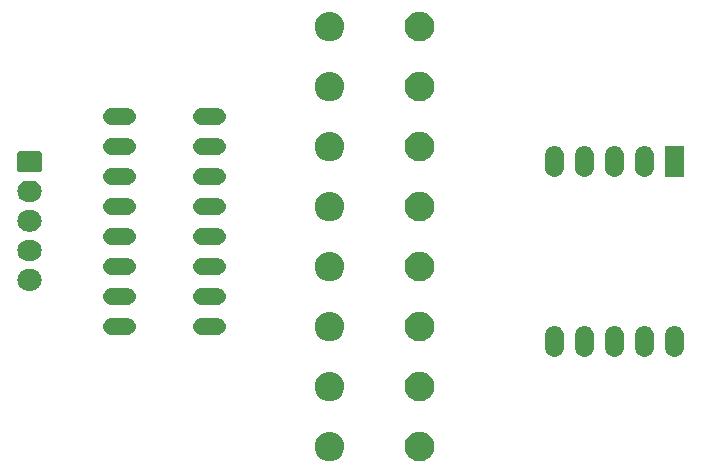
<source format=gbr>
G04 #@! TF.GenerationSoftware,KiCad,Pcbnew,(5.1.2)-2*
G04 #@! TF.CreationDate,2019-09-23T07:30:52-10:00*
G04 #@! TF.ProjectId,595N_7SEG,3539354e-5f37-4534-9547-2e6b69636164,rev?*
G04 #@! TF.SameCoordinates,Original*
G04 #@! TF.FileFunction,Soldermask,Bot*
G04 #@! TF.FilePolarity,Negative*
%FSLAX46Y46*%
G04 Gerber Fmt 4.6, Leading zero omitted, Abs format (unit mm)*
G04 Created by KiCad (PCBNEW (5.1.2)-2) date 2019-09-23 07:30:52*
%MOMM*%
%LPD*%
G04 APERTURE LIST*
%ADD10C,0.100000*%
G04 APERTURE END LIST*
D10*
G36*
X131174903Y-104207075D02*
G01*
X131275236Y-104248634D01*
X131402571Y-104301378D01*
X131607466Y-104438285D01*
X131781715Y-104612534D01*
X131918622Y-104817429D01*
X132012925Y-105045097D01*
X132061000Y-105286787D01*
X132061000Y-105533213D01*
X132012925Y-105774903D01*
X131918622Y-106002571D01*
X131781715Y-106207466D01*
X131607466Y-106381715D01*
X131402571Y-106518622D01*
X131402570Y-106518623D01*
X131402569Y-106518623D01*
X131174903Y-106612925D01*
X130933214Y-106661000D01*
X130686786Y-106661000D01*
X130445097Y-106612925D01*
X130217431Y-106518623D01*
X130217430Y-106518623D01*
X130217429Y-106518622D01*
X130012534Y-106381715D01*
X129838285Y-106207466D01*
X129701378Y-106002571D01*
X129607075Y-105774903D01*
X129559000Y-105533213D01*
X129559000Y-105286787D01*
X129607075Y-105045097D01*
X129701378Y-104817429D01*
X129838285Y-104612534D01*
X130012534Y-104438285D01*
X130217429Y-104301378D01*
X130344765Y-104248634D01*
X130445097Y-104207075D01*
X130686786Y-104159000D01*
X130933214Y-104159000D01*
X131174903Y-104207075D01*
X131174903Y-104207075D01*
G37*
G36*
X123435239Y-104177101D02*
G01*
X123671053Y-104248634D01*
X123888381Y-104364799D01*
X124078871Y-104521129D01*
X124235201Y-104711619D01*
X124351366Y-104928947D01*
X124422899Y-105164761D01*
X124447053Y-105410000D01*
X124422899Y-105655239D01*
X124351366Y-105891053D01*
X124235201Y-106108381D01*
X124078871Y-106298871D01*
X123888381Y-106455201D01*
X123671053Y-106571366D01*
X123435239Y-106642899D01*
X123251457Y-106661000D01*
X123128543Y-106661000D01*
X122944761Y-106642899D01*
X122708947Y-106571366D01*
X122491619Y-106455201D01*
X122301129Y-106298871D01*
X122144799Y-106108381D01*
X122028634Y-105891053D01*
X121957101Y-105655239D01*
X121932947Y-105410000D01*
X121957101Y-105164761D01*
X122028634Y-104928947D01*
X122144799Y-104711619D01*
X122301129Y-104521129D01*
X122491619Y-104364799D01*
X122708947Y-104248634D01*
X122944761Y-104177101D01*
X123128543Y-104159000D01*
X123251457Y-104159000D01*
X123435239Y-104177101D01*
X123435239Y-104177101D01*
G37*
G36*
X123435239Y-99097101D02*
G01*
X123671053Y-99168634D01*
X123888381Y-99284799D01*
X124078871Y-99441129D01*
X124235201Y-99631619D01*
X124351366Y-99848947D01*
X124422899Y-100084761D01*
X124447053Y-100330000D01*
X124422899Y-100575239D01*
X124351366Y-100811053D01*
X124235201Y-101028381D01*
X124078871Y-101218871D01*
X123888381Y-101375201D01*
X123671053Y-101491366D01*
X123435239Y-101562899D01*
X123251457Y-101581000D01*
X123128543Y-101581000D01*
X122944761Y-101562899D01*
X122708947Y-101491366D01*
X122491619Y-101375201D01*
X122301129Y-101218871D01*
X122144799Y-101028381D01*
X122028634Y-100811053D01*
X121957101Y-100575239D01*
X121932947Y-100330000D01*
X121957101Y-100084761D01*
X122028634Y-99848947D01*
X122144799Y-99631619D01*
X122301129Y-99441129D01*
X122491619Y-99284799D01*
X122708947Y-99168634D01*
X122944761Y-99097101D01*
X123128543Y-99079000D01*
X123251457Y-99079000D01*
X123435239Y-99097101D01*
X123435239Y-99097101D01*
G37*
G36*
X131174903Y-99127075D02*
G01*
X131275236Y-99168634D01*
X131402571Y-99221378D01*
X131607466Y-99358285D01*
X131781715Y-99532534D01*
X131918622Y-99737429D01*
X132012925Y-99965097D01*
X132061000Y-100206787D01*
X132061000Y-100453213D01*
X132012925Y-100694903D01*
X131918622Y-100922571D01*
X131781715Y-101127466D01*
X131607466Y-101301715D01*
X131402571Y-101438622D01*
X131402570Y-101438623D01*
X131402569Y-101438623D01*
X131174903Y-101532925D01*
X130933214Y-101581000D01*
X130686786Y-101581000D01*
X130445097Y-101532925D01*
X130217431Y-101438623D01*
X130217430Y-101438623D01*
X130217429Y-101438622D01*
X130012534Y-101301715D01*
X129838285Y-101127466D01*
X129701378Y-100922571D01*
X129607075Y-100694903D01*
X129559000Y-100453213D01*
X129559000Y-100206787D01*
X129607075Y-99965097D01*
X129701378Y-99737429D01*
X129838285Y-99532534D01*
X130012534Y-99358285D01*
X130217429Y-99221378D01*
X130344765Y-99168634D01*
X130445097Y-99127075D01*
X130686786Y-99079000D01*
X130933214Y-99079000D01*
X131174903Y-99127075D01*
X131174903Y-99127075D01*
G37*
G36*
X152559376Y-95218764D02*
G01*
X152712627Y-95265252D01*
X152712630Y-95265253D01*
X152853863Y-95340744D01*
X152977659Y-95442341D01*
X153079256Y-95566137D01*
X153154747Y-95707370D01*
X153154748Y-95707373D01*
X153201236Y-95860624D01*
X153201236Y-95860626D01*
X153211162Y-95961400D01*
X153213000Y-95980067D01*
X153213000Y-97059933D01*
X153201236Y-97179376D01*
X153154748Y-97332626D01*
X153154747Y-97332630D01*
X153079256Y-97473863D01*
X152977659Y-97597659D01*
X152853863Y-97699256D01*
X152712629Y-97774747D01*
X152712626Y-97774748D01*
X152559375Y-97821236D01*
X152400000Y-97836933D01*
X152240624Y-97821236D01*
X152087373Y-97774748D01*
X152087370Y-97774747D01*
X151946137Y-97699256D01*
X151822341Y-97597659D01*
X151720744Y-97473863D01*
X151645253Y-97332629D01*
X151645252Y-97332626D01*
X151598764Y-97179375D01*
X151587000Y-97059932D01*
X151587001Y-95980067D01*
X151588840Y-95961400D01*
X151598765Y-95860626D01*
X151598765Y-95860624D01*
X151645253Y-95707373D01*
X151645254Y-95707370D01*
X151720745Y-95566137D01*
X151822342Y-95442341D01*
X151946138Y-95340744D01*
X152087371Y-95265253D01*
X152087374Y-95265252D01*
X152240625Y-95218764D01*
X152400000Y-95203067D01*
X152559376Y-95218764D01*
X152559376Y-95218764D01*
G37*
G36*
X150019376Y-95218764D02*
G01*
X150172627Y-95265252D01*
X150172630Y-95265253D01*
X150313863Y-95340744D01*
X150437659Y-95442341D01*
X150539256Y-95566137D01*
X150614747Y-95707370D01*
X150614748Y-95707373D01*
X150661236Y-95860624D01*
X150661236Y-95860626D01*
X150671162Y-95961400D01*
X150673000Y-95980067D01*
X150673000Y-97059933D01*
X150661236Y-97179376D01*
X150614748Y-97332626D01*
X150614747Y-97332630D01*
X150539256Y-97473863D01*
X150437659Y-97597659D01*
X150313863Y-97699256D01*
X150172629Y-97774747D01*
X150172626Y-97774748D01*
X150019375Y-97821236D01*
X149860000Y-97836933D01*
X149700624Y-97821236D01*
X149547373Y-97774748D01*
X149547370Y-97774747D01*
X149406137Y-97699256D01*
X149282341Y-97597659D01*
X149180744Y-97473863D01*
X149105253Y-97332629D01*
X149105252Y-97332626D01*
X149058764Y-97179375D01*
X149047000Y-97059932D01*
X149047001Y-95980067D01*
X149048840Y-95961400D01*
X149058765Y-95860626D01*
X149058765Y-95860624D01*
X149105253Y-95707373D01*
X149105254Y-95707370D01*
X149180745Y-95566137D01*
X149282342Y-95442341D01*
X149406138Y-95340744D01*
X149547371Y-95265253D01*
X149547374Y-95265252D01*
X149700625Y-95218764D01*
X149860000Y-95203067D01*
X150019376Y-95218764D01*
X150019376Y-95218764D01*
G37*
G36*
X147479376Y-95218764D02*
G01*
X147632627Y-95265252D01*
X147632630Y-95265253D01*
X147773863Y-95340744D01*
X147897659Y-95442341D01*
X147999256Y-95566137D01*
X148074747Y-95707370D01*
X148074748Y-95707373D01*
X148121236Y-95860624D01*
X148121236Y-95860626D01*
X148131162Y-95961400D01*
X148133000Y-95980067D01*
X148133000Y-97059933D01*
X148121236Y-97179376D01*
X148074748Y-97332626D01*
X148074747Y-97332630D01*
X147999256Y-97473863D01*
X147897659Y-97597659D01*
X147773863Y-97699256D01*
X147632629Y-97774747D01*
X147632626Y-97774748D01*
X147479375Y-97821236D01*
X147320000Y-97836933D01*
X147160624Y-97821236D01*
X147007373Y-97774748D01*
X147007370Y-97774747D01*
X146866137Y-97699256D01*
X146742341Y-97597659D01*
X146640744Y-97473863D01*
X146565253Y-97332629D01*
X146565252Y-97332626D01*
X146518764Y-97179375D01*
X146507000Y-97059932D01*
X146507001Y-95980067D01*
X146508840Y-95961400D01*
X146518765Y-95860626D01*
X146518765Y-95860624D01*
X146565253Y-95707373D01*
X146565254Y-95707370D01*
X146640745Y-95566137D01*
X146742342Y-95442341D01*
X146866138Y-95340744D01*
X147007371Y-95265253D01*
X147007374Y-95265252D01*
X147160625Y-95218764D01*
X147320000Y-95203067D01*
X147479376Y-95218764D01*
X147479376Y-95218764D01*
G37*
G36*
X144939376Y-95218764D02*
G01*
X145092627Y-95265252D01*
X145092630Y-95265253D01*
X145233863Y-95340744D01*
X145357659Y-95442341D01*
X145459256Y-95566137D01*
X145534747Y-95707370D01*
X145534748Y-95707373D01*
X145581236Y-95860624D01*
X145581236Y-95860626D01*
X145591162Y-95961400D01*
X145593000Y-95980067D01*
X145593000Y-97059933D01*
X145581236Y-97179376D01*
X145534748Y-97332626D01*
X145534747Y-97332630D01*
X145459256Y-97473863D01*
X145357659Y-97597659D01*
X145233863Y-97699256D01*
X145092629Y-97774747D01*
X145092626Y-97774748D01*
X144939375Y-97821236D01*
X144780000Y-97836933D01*
X144620624Y-97821236D01*
X144467373Y-97774748D01*
X144467370Y-97774747D01*
X144326137Y-97699256D01*
X144202341Y-97597659D01*
X144100744Y-97473863D01*
X144025253Y-97332629D01*
X144025252Y-97332626D01*
X143978764Y-97179375D01*
X143967000Y-97059932D01*
X143967001Y-95980067D01*
X143968840Y-95961400D01*
X143978765Y-95860626D01*
X143978765Y-95860624D01*
X144025253Y-95707373D01*
X144025254Y-95707370D01*
X144100745Y-95566137D01*
X144202342Y-95442341D01*
X144326138Y-95340744D01*
X144467371Y-95265253D01*
X144467374Y-95265252D01*
X144620625Y-95218764D01*
X144780000Y-95203067D01*
X144939376Y-95218764D01*
X144939376Y-95218764D01*
G37*
G36*
X142399376Y-95218764D02*
G01*
X142552627Y-95265252D01*
X142552630Y-95265253D01*
X142693863Y-95340744D01*
X142817659Y-95442341D01*
X142919256Y-95566137D01*
X142994747Y-95707370D01*
X142994748Y-95707373D01*
X143041236Y-95860624D01*
X143041236Y-95860626D01*
X143051162Y-95961400D01*
X143053000Y-95980067D01*
X143053000Y-97059933D01*
X143041236Y-97179376D01*
X142994748Y-97332626D01*
X142994747Y-97332630D01*
X142919256Y-97473863D01*
X142817659Y-97597659D01*
X142693863Y-97699256D01*
X142552629Y-97774747D01*
X142552626Y-97774748D01*
X142399375Y-97821236D01*
X142240000Y-97836933D01*
X142080624Y-97821236D01*
X141927373Y-97774748D01*
X141927370Y-97774747D01*
X141786137Y-97699256D01*
X141662341Y-97597659D01*
X141560744Y-97473863D01*
X141485253Y-97332629D01*
X141485252Y-97332626D01*
X141438764Y-97179375D01*
X141427000Y-97059932D01*
X141427001Y-95980067D01*
X141428840Y-95961400D01*
X141438765Y-95860626D01*
X141438765Y-95860624D01*
X141485253Y-95707373D01*
X141485254Y-95707370D01*
X141560745Y-95566137D01*
X141662342Y-95442341D01*
X141786138Y-95340744D01*
X141927371Y-95265253D01*
X141927374Y-95265252D01*
X142080625Y-95218764D01*
X142240000Y-95203067D01*
X142399376Y-95218764D01*
X142399376Y-95218764D01*
G37*
G36*
X123435239Y-94017101D02*
G01*
X123671053Y-94088634D01*
X123888381Y-94204799D01*
X124078871Y-94361129D01*
X124235201Y-94551619D01*
X124351366Y-94768947D01*
X124422899Y-95004761D01*
X124447053Y-95250000D01*
X124422899Y-95495239D01*
X124351366Y-95731053D01*
X124235201Y-95948381D01*
X124078871Y-96138871D01*
X123888381Y-96295201D01*
X123671053Y-96411366D01*
X123435239Y-96482899D01*
X123251457Y-96501000D01*
X123128543Y-96501000D01*
X122944761Y-96482899D01*
X122708947Y-96411366D01*
X122491619Y-96295201D01*
X122301129Y-96138871D01*
X122144799Y-95948381D01*
X122028634Y-95731053D01*
X121957101Y-95495239D01*
X121932947Y-95250000D01*
X121957101Y-95004761D01*
X122028634Y-94768947D01*
X122144799Y-94551619D01*
X122301129Y-94361129D01*
X122491619Y-94204799D01*
X122708947Y-94088634D01*
X122944761Y-94017101D01*
X123128543Y-93999000D01*
X123251457Y-93999000D01*
X123435239Y-94017101D01*
X123435239Y-94017101D01*
G37*
G36*
X131174903Y-94047075D02*
G01*
X131275236Y-94088634D01*
X131402571Y-94141378D01*
X131607466Y-94278285D01*
X131781715Y-94452534D01*
X131918622Y-94657429D01*
X131918623Y-94657431D01*
X132012925Y-94885097D01*
X132061000Y-95126786D01*
X132061000Y-95373214D01*
X132047250Y-95442341D01*
X132012925Y-95614903D01*
X131918622Y-95842571D01*
X131781715Y-96047466D01*
X131607466Y-96221715D01*
X131402571Y-96358622D01*
X131402570Y-96358623D01*
X131402569Y-96358623D01*
X131174903Y-96452925D01*
X130933214Y-96501000D01*
X130686786Y-96501000D01*
X130445097Y-96452925D01*
X130217431Y-96358623D01*
X130217430Y-96358623D01*
X130217429Y-96358622D01*
X130012534Y-96221715D01*
X129838285Y-96047466D01*
X129701378Y-95842571D01*
X129607075Y-95614903D01*
X129572750Y-95442341D01*
X129559000Y-95373214D01*
X129559000Y-95126786D01*
X129607075Y-94885097D01*
X129701377Y-94657431D01*
X129701378Y-94657429D01*
X129838285Y-94452534D01*
X130012534Y-94278285D01*
X130217429Y-94141378D01*
X130344765Y-94088634D01*
X130445097Y-94047075D01*
X130686786Y-93999000D01*
X130933214Y-93999000D01*
X131174903Y-94047075D01*
X131174903Y-94047075D01*
G37*
G36*
X113829859Y-94548893D02*
G01*
X113963958Y-94589572D01*
X114087545Y-94655631D01*
X114195870Y-94744530D01*
X114284769Y-94852855D01*
X114350828Y-94976442D01*
X114391507Y-95110541D01*
X114405242Y-95250000D01*
X114391507Y-95389459D01*
X114350828Y-95523558D01*
X114284769Y-95647145D01*
X114195870Y-95755470D01*
X114087545Y-95844369D01*
X113963958Y-95910428D01*
X113829859Y-95951107D01*
X113725349Y-95961400D01*
X112334651Y-95961400D01*
X112230141Y-95951107D01*
X112096042Y-95910428D01*
X111972455Y-95844369D01*
X111864130Y-95755470D01*
X111775231Y-95647145D01*
X111709172Y-95523558D01*
X111668493Y-95389459D01*
X111654758Y-95250000D01*
X111668493Y-95110541D01*
X111709172Y-94976442D01*
X111775231Y-94852855D01*
X111864130Y-94744530D01*
X111972455Y-94655631D01*
X112096042Y-94589572D01*
X112230141Y-94548893D01*
X112334651Y-94538600D01*
X113725349Y-94538600D01*
X113829859Y-94548893D01*
X113829859Y-94548893D01*
G37*
G36*
X106209859Y-94548893D02*
G01*
X106343958Y-94589572D01*
X106467545Y-94655631D01*
X106575870Y-94744530D01*
X106664769Y-94852855D01*
X106730828Y-94976442D01*
X106771507Y-95110541D01*
X106785242Y-95250000D01*
X106771507Y-95389459D01*
X106730828Y-95523558D01*
X106664769Y-95647145D01*
X106575870Y-95755470D01*
X106467545Y-95844369D01*
X106343958Y-95910428D01*
X106209859Y-95951107D01*
X106105349Y-95961400D01*
X104714651Y-95961400D01*
X104610141Y-95951107D01*
X104476042Y-95910428D01*
X104352455Y-95844369D01*
X104244130Y-95755470D01*
X104155231Y-95647145D01*
X104089172Y-95523558D01*
X104048493Y-95389459D01*
X104034758Y-95250000D01*
X104048493Y-95110541D01*
X104089172Y-94976442D01*
X104155231Y-94852855D01*
X104244130Y-94744530D01*
X104352455Y-94655631D01*
X104476042Y-94589572D01*
X104610141Y-94548893D01*
X104714651Y-94538600D01*
X106105349Y-94538600D01*
X106209859Y-94548893D01*
X106209859Y-94548893D01*
G37*
G36*
X106209859Y-92008893D02*
G01*
X106343958Y-92049572D01*
X106467545Y-92115631D01*
X106575870Y-92204530D01*
X106664769Y-92312855D01*
X106730828Y-92436442D01*
X106771507Y-92570541D01*
X106785242Y-92710000D01*
X106771507Y-92849459D01*
X106730828Y-92983558D01*
X106664769Y-93107145D01*
X106575870Y-93215470D01*
X106467545Y-93304369D01*
X106343958Y-93370428D01*
X106209859Y-93411107D01*
X106105349Y-93421400D01*
X104714651Y-93421400D01*
X104610141Y-93411107D01*
X104476042Y-93370428D01*
X104352455Y-93304369D01*
X104244130Y-93215470D01*
X104155231Y-93107145D01*
X104089172Y-92983558D01*
X104048493Y-92849459D01*
X104034758Y-92710000D01*
X104048493Y-92570541D01*
X104089172Y-92436442D01*
X104155231Y-92312855D01*
X104244130Y-92204530D01*
X104352455Y-92115631D01*
X104476042Y-92049572D01*
X104610141Y-92008893D01*
X104714651Y-91998600D01*
X106105349Y-91998600D01*
X106209859Y-92008893D01*
X106209859Y-92008893D01*
G37*
G36*
X113829859Y-92008893D02*
G01*
X113963958Y-92049572D01*
X114087545Y-92115631D01*
X114195870Y-92204530D01*
X114284769Y-92312855D01*
X114350828Y-92436442D01*
X114391507Y-92570541D01*
X114405242Y-92710000D01*
X114391507Y-92849459D01*
X114350828Y-92983558D01*
X114284769Y-93107145D01*
X114195870Y-93215470D01*
X114087545Y-93304369D01*
X113963958Y-93370428D01*
X113829859Y-93411107D01*
X113725349Y-93421400D01*
X112334651Y-93421400D01*
X112230141Y-93411107D01*
X112096042Y-93370428D01*
X111972455Y-93304369D01*
X111864130Y-93215470D01*
X111775231Y-93107145D01*
X111709172Y-92983558D01*
X111668493Y-92849459D01*
X111654758Y-92710000D01*
X111668493Y-92570541D01*
X111709172Y-92436442D01*
X111775231Y-92312855D01*
X111864130Y-92204530D01*
X111972455Y-92115631D01*
X112096042Y-92049572D01*
X112230141Y-92008893D01*
X112334651Y-91998600D01*
X113725349Y-91998600D01*
X113829859Y-92008893D01*
X113829859Y-92008893D01*
G37*
G36*
X98025443Y-90425519D02*
G01*
X98091627Y-90432037D01*
X98261466Y-90483557D01*
X98417991Y-90567222D01*
X98453729Y-90596552D01*
X98555186Y-90679814D01*
X98623100Y-90762569D01*
X98667778Y-90817009D01*
X98667779Y-90817011D01*
X98748199Y-90967464D01*
X98751443Y-90973534D01*
X98802963Y-91143373D01*
X98820359Y-91320000D01*
X98802963Y-91496627D01*
X98751443Y-91666466D01*
X98667778Y-91822991D01*
X98638448Y-91858729D01*
X98555186Y-91960186D01*
X98453729Y-92043448D01*
X98417991Y-92072778D01*
X98261466Y-92156443D01*
X98091627Y-92207963D01*
X98025443Y-92214481D01*
X97959260Y-92221000D01*
X97620740Y-92221000D01*
X97554557Y-92214481D01*
X97488373Y-92207963D01*
X97318534Y-92156443D01*
X97162009Y-92072778D01*
X97126271Y-92043448D01*
X97024814Y-91960186D01*
X96941552Y-91858729D01*
X96912222Y-91822991D01*
X96828557Y-91666466D01*
X96777037Y-91496627D01*
X96759641Y-91320000D01*
X96777037Y-91143373D01*
X96828557Y-90973534D01*
X96831802Y-90967464D01*
X96912221Y-90817011D01*
X96912222Y-90817009D01*
X96956900Y-90762569D01*
X97024814Y-90679814D01*
X97126271Y-90596552D01*
X97162009Y-90567222D01*
X97318534Y-90483557D01*
X97488373Y-90432037D01*
X97554557Y-90425519D01*
X97620740Y-90419000D01*
X97959260Y-90419000D01*
X98025443Y-90425519D01*
X98025443Y-90425519D01*
G37*
G36*
X131174903Y-88967075D02*
G01*
X131275236Y-89008634D01*
X131402571Y-89061378D01*
X131607466Y-89198285D01*
X131781715Y-89372534D01*
X131918622Y-89577429D01*
X131918623Y-89577431D01*
X132012925Y-89805097D01*
X132061000Y-90046786D01*
X132061000Y-90293214D01*
X132033386Y-90432037D01*
X132012925Y-90534903D01*
X131918622Y-90762571D01*
X131781715Y-90967466D01*
X131607466Y-91141715D01*
X131402571Y-91278622D01*
X131402570Y-91278623D01*
X131402569Y-91278623D01*
X131174903Y-91372925D01*
X130933214Y-91421000D01*
X130686786Y-91421000D01*
X130445097Y-91372925D01*
X130217431Y-91278623D01*
X130217430Y-91278623D01*
X130217429Y-91278622D01*
X130012534Y-91141715D01*
X129838285Y-90967466D01*
X129701378Y-90762571D01*
X129607075Y-90534903D01*
X129586614Y-90432037D01*
X129559000Y-90293214D01*
X129559000Y-90046786D01*
X129607075Y-89805097D01*
X129701377Y-89577431D01*
X129701378Y-89577429D01*
X129838285Y-89372534D01*
X130012534Y-89198285D01*
X130217429Y-89061378D01*
X130344765Y-89008634D01*
X130445097Y-88967075D01*
X130686786Y-88919000D01*
X130933214Y-88919000D01*
X131174903Y-88967075D01*
X131174903Y-88967075D01*
G37*
G36*
X123435239Y-88937101D02*
G01*
X123671053Y-89008634D01*
X123888381Y-89124799D01*
X124078871Y-89281129D01*
X124235201Y-89471619D01*
X124351366Y-89688947D01*
X124422899Y-89924761D01*
X124447053Y-90170000D01*
X124422899Y-90415239D01*
X124351366Y-90651053D01*
X124235201Y-90868381D01*
X124078871Y-91058871D01*
X123888381Y-91215201D01*
X123671053Y-91331366D01*
X123435239Y-91402899D01*
X123251457Y-91421000D01*
X123128543Y-91421000D01*
X122944761Y-91402899D01*
X122708947Y-91331366D01*
X122491619Y-91215201D01*
X122301129Y-91058871D01*
X122144799Y-90868381D01*
X122028634Y-90651053D01*
X121957101Y-90415239D01*
X121932947Y-90170000D01*
X121957101Y-89924761D01*
X122028634Y-89688947D01*
X122144799Y-89471619D01*
X122301129Y-89281129D01*
X122491619Y-89124799D01*
X122708947Y-89008634D01*
X122944761Y-88937101D01*
X123128543Y-88919000D01*
X123251457Y-88919000D01*
X123435239Y-88937101D01*
X123435239Y-88937101D01*
G37*
G36*
X113829859Y-89468893D02*
G01*
X113963958Y-89509572D01*
X114087545Y-89575631D01*
X114195870Y-89664530D01*
X114284769Y-89772855D01*
X114350828Y-89896442D01*
X114391507Y-90030541D01*
X114405242Y-90170000D01*
X114391507Y-90309459D01*
X114350828Y-90443558D01*
X114284769Y-90567145D01*
X114195870Y-90675470D01*
X114087545Y-90764369D01*
X113963958Y-90830428D01*
X113829859Y-90871107D01*
X113725349Y-90881400D01*
X112334651Y-90881400D01*
X112230141Y-90871107D01*
X112096042Y-90830428D01*
X111972455Y-90764369D01*
X111864130Y-90675470D01*
X111775231Y-90567145D01*
X111709172Y-90443558D01*
X111668493Y-90309459D01*
X111654758Y-90170000D01*
X111668493Y-90030541D01*
X111709172Y-89896442D01*
X111775231Y-89772855D01*
X111864130Y-89664530D01*
X111972455Y-89575631D01*
X112096042Y-89509572D01*
X112230141Y-89468893D01*
X112334651Y-89458600D01*
X113725349Y-89458600D01*
X113829859Y-89468893D01*
X113829859Y-89468893D01*
G37*
G36*
X106209859Y-89468893D02*
G01*
X106343958Y-89509572D01*
X106467545Y-89575631D01*
X106575870Y-89664530D01*
X106664769Y-89772855D01*
X106730828Y-89896442D01*
X106771507Y-90030541D01*
X106785242Y-90170000D01*
X106771507Y-90309459D01*
X106730828Y-90443558D01*
X106664769Y-90567145D01*
X106575870Y-90675470D01*
X106467545Y-90764369D01*
X106343958Y-90830428D01*
X106209859Y-90871107D01*
X106105349Y-90881400D01*
X104714651Y-90881400D01*
X104610141Y-90871107D01*
X104476042Y-90830428D01*
X104352455Y-90764369D01*
X104244130Y-90675470D01*
X104155231Y-90567145D01*
X104089172Y-90443558D01*
X104048493Y-90309459D01*
X104034758Y-90170000D01*
X104048493Y-90030541D01*
X104089172Y-89896442D01*
X104155231Y-89772855D01*
X104244130Y-89664530D01*
X104352455Y-89575631D01*
X104476042Y-89509572D01*
X104610141Y-89468893D01*
X104714651Y-89458600D01*
X106105349Y-89458600D01*
X106209859Y-89468893D01*
X106209859Y-89468893D01*
G37*
G36*
X98025443Y-87925519D02*
G01*
X98091627Y-87932037D01*
X98261466Y-87983557D01*
X98417991Y-88067222D01*
X98453729Y-88096552D01*
X98555186Y-88179814D01*
X98638448Y-88281271D01*
X98667778Y-88317009D01*
X98751443Y-88473534D01*
X98802963Y-88643373D01*
X98820359Y-88820000D01*
X98802963Y-88996627D01*
X98751443Y-89166466D01*
X98667778Y-89322991D01*
X98638448Y-89358729D01*
X98555186Y-89460186D01*
X98453729Y-89543448D01*
X98417991Y-89572778D01*
X98261466Y-89656443D01*
X98091627Y-89707963D01*
X98025443Y-89714481D01*
X97959260Y-89721000D01*
X97620740Y-89721000D01*
X97554557Y-89714481D01*
X97488373Y-89707963D01*
X97318534Y-89656443D01*
X97162009Y-89572778D01*
X97126271Y-89543448D01*
X97024814Y-89460186D01*
X96941552Y-89358729D01*
X96912222Y-89322991D01*
X96828557Y-89166466D01*
X96777037Y-88996627D01*
X96759641Y-88820000D01*
X96777037Y-88643373D01*
X96828557Y-88473534D01*
X96912222Y-88317009D01*
X96941552Y-88281271D01*
X97024814Y-88179814D01*
X97126271Y-88096552D01*
X97162009Y-88067222D01*
X97318534Y-87983557D01*
X97488373Y-87932037D01*
X97554557Y-87925519D01*
X97620740Y-87919000D01*
X97959260Y-87919000D01*
X98025443Y-87925519D01*
X98025443Y-87925519D01*
G37*
G36*
X106209859Y-86928893D02*
G01*
X106343958Y-86969572D01*
X106467545Y-87035631D01*
X106575870Y-87124530D01*
X106664769Y-87232855D01*
X106730828Y-87356442D01*
X106771507Y-87490541D01*
X106785242Y-87630000D01*
X106771507Y-87769459D01*
X106730828Y-87903558D01*
X106664769Y-88027145D01*
X106575870Y-88135470D01*
X106467545Y-88224369D01*
X106343958Y-88290428D01*
X106209859Y-88331107D01*
X106105349Y-88341400D01*
X104714651Y-88341400D01*
X104610141Y-88331107D01*
X104476042Y-88290428D01*
X104352455Y-88224369D01*
X104244130Y-88135470D01*
X104155231Y-88027145D01*
X104089172Y-87903558D01*
X104048493Y-87769459D01*
X104034758Y-87630000D01*
X104048493Y-87490541D01*
X104089172Y-87356442D01*
X104155231Y-87232855D01*
X104244130Y-87124530D01*
X104352455Y-87035631D01*
X104476042Y-86969572D01*
X104610141Y-86928893D01*
X104714651Y-86918600D01*
X106105349Y-86918600D01*
X106209859Y-86928893D01*
X106209859Y-86928893D01*
G37*
G36*
X113829859Y-86928893D02*
G01*
X113963958Y-86969572D01*
X114087545Y-87035631D01*
X114195870Y-87124530D01*
X114284769Y-87232855D01*
X114350828Y-87356442D01*
X114391507Y-87490541D01*
X114405242Y-87630000D01*
X114391507Y-87769459D01*
X114350828Y-87903558D01*
X114284769Y-88027145D01*
X114195870Y-88135470D01*
X114087545Y-88224369D01*
X113963958Y-88290428D01*
X113829859Y-88331107D01*
X113725349Y-88341400D01*
X112334651Y-88341400D01*
X112230141Y-88331107D01*
X112096042Y-88290428D01*
X111972455Y-88224369D01*
X111864130Y-88135470D01*
X111775231Y-88027145D01*
X111709172Y-87903558D01*
X111668493Y-87769459D01*
X111654758Y-87630000D01*
X111668493Y-87490541D01*
X111709172Y-87356442D01*
X111775231Y-87232855D01*
X111864130Y-87124530D01*
X111972455Y-87035631D01*
X112096042Y-86969572D01*
X112230141Y-86928893D01*
X112334651Y-86918600D01*
X113725349Y-86918600D01*
X113829859Y-86928893D01*
X113829859Y-86928893D01*
G37*
G36*
X98025443Y-85425519D02*
G01*
X98091627Y-85432037D01*
X98261466Y-85483557D01*
X98417991Y-85567222D01*
X98452409Y-85595468D01*
X98555186Y-85679814D01*
X98638448Y-85781271D01*
X98667778Y-85817009D01*
X98751443Y-85973534D01*
X98802963Y-86143373D01*
X98820359Y-86320000D01*
X98802963Y-86496627D01*
X98751443Y-86666466D01*
X98667778Y-86822991D01*
X98638448Y-86858729D01*
X98555186Y-86960186D01*
X98453729Y-87043448D01*
X98417991Y-87072778D01*
X98261466Y-87156443D01*
X98091627Y-87207963D01*
X98025442Y-87214482D01*
X97959260Y-87221000D01*
X97620740Y-87221000D01*
X97554558Y-87214482D01*
X97488373Y-87207963D01*
X97318534Y-87156443D01*
X97162009Y-87072778D01*
X97126271Y-87043448D01*
X97024814Y-86960186D01*
X96941552Y-86858729D01*
X96912222Y-86822991D01*
X96828557Y-86666466D01*
X96777037Y-86496627D01*
X96759641Y-86320000D01*
X96777037Y-86143373D01*
X96828557Y-85973534D01*
X96912222Y-85817009D01*
X96941552Y-85781271D01*
X97024814Y-85679814D01*
X97127591Y-85595468D01*
X97162009Y-85567222D01*
X97318534Y-85483557D01*
X97488373Y-85432037D01*
X97554557Y-85425519D01*
X97620740Y-85419000D01*
X97959260Y-85419000D01*
X98025443Y-85425519D01*
X98025443Y-85425519D01*
G37*
G36*
X131174903Y-83887075D02*
G01*
X131275236Y-83928634D01*
X131402571Y-83981378D01*
X131607466Y-84118285D01*
X131781715Y-84292534D01*
X131918622Y-84497429D01*
X131918623Y-84497431D01*
X132012925Y-84725097D01*
X132061000Y-84966786D01*
X132061000Y-85213214D01*
X132012925Y-85454903D01*
X131966402Y-85567221D01*
X131918622Y-85682571D01*
X131781715Y-85887466D01*
X131607466Y-86061715D01*
X131402571Y-86198622D01*
X131402570Y-86198623D01*
X131402569Y-86198623D01*
X131174903Y-86292925D01*
X130933214Y-86341000D01*
X130686786Y-86341000D01*
X130445097Y-86292925D01*
X130217431Y-86198623D01*
X130217430Y-86198623D01*
X130217429Y-86198622D01*
X130012534Y-86061715D01*
X129838285Y-85887466D01*
X129701378Y-85682571D01*
X129653599Y-85567221D01*
X129607075Y-85454903D01*
X129559000Y-85213214D01*
X129559000Y-84966786D01*
X129607075Y-84725097D01*
X129701377Y-84497431D01*
X129701378Y-84497429D01*
X129838285Y-84292534D01*
X130012534Y-84118285D01*
X130217429Y-83981378D01*
X130344765Y-83928634D01*
X130445097Y-83887075D01*
X130686786Y-83839000D01*
X130933214Y-83839000D01*
X131174903Y-83887075D01*
X131174903Y-83887075D01*
G37*
G36*
X123435239Y-83857101D02*
G01*
X123671053Y-83928634D01*
X123888381Y-84044799D01*
X124078871Y-84201129D01*
X124235201Y-84391619D01*
X124351366Y-84608947D01*
X124422899Y-84844761D01*
X124447053Y-85090000D01*
X124422899Y-85335239D01*
X124351366Y-85571053D01*
X124235201Y-85788381D01*
X124078871Y-85978871D01*
X123888381Y-86135201D01*
X123671053Y-86251366D01*
X123435239Y-86322899D01*
X123251457Y-86341000D01*
X123128543Y-86341000D01*
X122944761Y-86322899D01*
X122708947Y-86251366D01*
X122491619Y-86135201D01*
X122301129Y-85978871D01*
X122144799Y-85788381D01*
X122028634Y-85571053D01*
X121957101Y-85335239D01*
X121932947Y-85090000D01*
X121957101Y-84844761D01*
X122028634Y-84608947D01*
X122144799Y-84391619D01*
X122301129Y-84201129D01*
X122491619Y-84044799D01*
X122708947Y-83928634D01*
X122944761Y-83857101D01*
X123128543Y-83839000D01*
X123251457Y-83839000D01*
X123435239Y-83857101D01*
X123435239Y-83857101D01*
G37*
G36*
X106209859Y-84388893D02*
G01*
X106343958Y-84429572D01*
X106467545Y-84495631D01*
X106575870Y-84584530D01*
X106664769Y-84692855D01*
X106730828Y-84816442D01*
X106771507Y-84950541D01*
X106785242Y-85090000D01*
X106771507Y-85229459D01*
X106730828Y-85363558D01*
X106664769Y-85487145D01*
X106575870Y-85595470D01*
X106467545Y-85684369D01*
X106343958Y-85750428D01*
X106209859Y-85791107D01*
X106105349Y-85801400D01*
X104714651Y-85801400D01*
X104610141Y-85791107D01*
X104476042Y-85750428D01*
X104352455Y-85684369D01*
X104244130Y-85595470D01*
X104155231Y-85487145D01*
X104089172Y-85363558D01*
X104048493Y-85229459D01*
X104034758Y-85090000D01*
X104048493Y-84950541D01*
X104089172Y-84816442D01*
X104155231Y-84692855D01*
X104244130Y-84584530D01*
X104352455Y-84495631D01*
X104476042Y-84429572D01*
X104610141Y-84388893D01*
X104714651Y-84378600D01*
X106105349Y-84378600D01*
X106209859Y-84388893D01*
X106209859Y-84388893D01*
G37*
G36*
X113829859Y-84388893D02*
G01*
X113963958Y-84429572D01*
X114087545Y-84495631D01*
X114195870Y-84584530D01*
X114284769Y-84692855D01*
X114350828Y-84816442D01*
X114391507Y-84950541D01*
X114405242Y-85090000D01*
X114391507Y-85229459D01*
X114350828Y-85363558D01*
X114284769Y-85487145D01*
X114195870Y-85595470D01*
X114087545Y-85684369D01*
X113963958Y-85750428D01*
X113829859Y-85791107D01*
X113725349Y-85801400D01*
X112334651Y-85801400D01*
X112230141Y-85791107D01*
X112096042Y-85750428D01*
X111972455Y-85684369D01*
X111864130Y-85595470D01*
X111775231Y-85487145D01*
X111709172Y-85363558D01*
X111668493Y-85229459D01*
X111654758Y-85090000D01*
X111668493Y-84950541D01*
X111709172Y-84816442D01*
X111775231Y-84692855D01*
X111864130Y-84584530D01*
X111972455Y-84495631D01*
X112096042Y-84429572D01*
X112230141Y-84388893D01*
X112334651Y-84378600D01*
X113725349Y-84378600D01*
X113829859Y-84388893D01*
X113829859Y-84388893D01*
G37*
G36*
X98025443Y-82925519D02*
G01*
X98091627Y-82932037D01*
X98261466Y-82983557D01*
X98417991Y-83067222D01*
X98453729Y-83096552D01*
X98555186Y-83179814D01*
X98622141Y-83261400D01*
X98667778Y-83317009D01*
X98751443Y-83473534D01*
X98802963Y-83643373D01*
X98820359Y-83820000D01*
X98802963Y-83996627D01*
X98751443Y-84166466D01*
X98667778Y-84322991D01*
X98638448Y-84358729D01*
X98555186Y-84460186D01*
X98453729Y-84543448D01*
X98417991Y-84572778D01*
X98261466Y-84656443D01*
X98091627Y-84707963D01*
X98025443Y-84714481D01*
X97959260Y-84721000D01*
X97620740Y-84721000D01*
X97554557Y-84714481D01*
X97488373Y-84707963D01*
X97318534Y-84656443D01*
X97162009Y-84572778D01*
X97126271Y-84543448D01*
X97024814Y-84460186D01*
X96941552Y-84358729D01*
X96912222Y-84322991D01*
X96828557Y-84166466D01*
X96777037Y-83996627D01*
X96759641Y-83820000D01*
X96777037Y-83643373D01*
X96828557Y-83473534D01*
X96912222Y-83317009D01*
X96957859Y-83261400D01*
X97024814Y-83179814D01*
X97126271Y-83096552D01*
X97162009Y-83067222D01*
X97318534Y-82983557D01*
X97488373Y-82932037D01*
X97554557Y-82925519D01*
X97620740Y-82919000D01*
X97959260Y-82919000D01*
X98025443Y-82925519D01*
X98025443Y-82925519D01*
G37*
G36*
X106209859Y-81848893D02*
G01*
X106343958Y-81889572D01*
X106467545Y-81955631D01*
X106575870Y-82044530D01*
X106664769Y-82152855D01*
X106730828Y-82276442D01*
X106771507Y-82410541D01*
X106785242Y-82550000D01*
X106771507Y-82689459D01*
X106730828Y-82823558D01*
X106664769Y-82947145D01*
X106575870Y-83055470D01*
X106467545Y-83144369D01*
X106343958Y-83210428D01*
X106209859Y-83251107D01*
X106105349Y-83261400D01*
X104714651Y-83261400D01*
X104610141Y-83251107D01*
X104476042Y-83210428D01*
X104352455Y-83144369D01*
X104244130Y-83055470D01*
X104155231Y-82947145D01*
X104089172Y-82823558D01*
X104048493Y-82689459D01*
X104034758Y-82550000D01*
X104048493Y-82410541D01*
X104089172Y-82276442D01*
X104155231Y-82152855D01*
X104244130Y-82044530D01*
X104352455Y-81955631D01*
X104476042Y-81889572D01*
X104610141Y-81848893D01*
X104714651Y-81838600D01*
X106105349Y-81838600D01*
X106209859Y-81848893D01*
X106209859Y-81848893D01*
G37*
G36*
X113829859Y-81848893D02*
G01*
X113963958Y-81889572D01*
X114087545Y-81955631D01*
X114195870Y-82044530D01*
X114284769Y-82152855D01*
X114350828Y-82276442D01*
X114391507Y-82410541D01*
X114405242Y-82550000D01*
X114391507Y-82689459D01*
X114350828Y-82823558D01*
X114284769Y-82947145D01*
X114195870Y-83055470D01*
X114087545Y-83144369D01*
X113963958Y-83210428D01*
X113829859Y-83251107D01*
X113725349Y-83261400D01*
X112334651Y-83261400D01*
X112230141Y-83251107D01*
X112096042Y-83210428D01*
X111972455Y-83144369D01*
X111864130Y-83055470D01*
X111775231Y-82947145D01*
X111709172Y-82823558D01*
X111668493Y-82689459D01*
X111654758Y-82550000D01*
X111668493Y-82410541D01*
X111709172Y-82276442D01*
X111775231Y-82152855D01*
X111864130Y-82044530D01*
X111972455Y-81955631D01*
X112096042Y-81889572D01*
X112230141Y-81848893D01*
X112334651Y-81838600D01*
X113725349Y-81838600D01*
X113829859Y-81848893D01*
X113829859Y-81848893D01*
G37*
G36*
X144939376Y-79978764D02*
G01*
X145092627Y-80025252D01*
X145092630Y-80025253D01*
X145233863Y-80100744D01*
X145357659Y-80202341D01*
X145459256Y-80326137D01*
X145534747Y-80467370D01*
X145534748Y-80467373D01*
X145581236Y-80620624D01*
X145581236Y-80620626D01*
X145593000Y-80740066D01*
X145593000Y-81819934D01*
X145590148Y-81848893D01*
X145581236Y-81939376D01*
X145539003Y-82078600D01*
X145534747Y-82092630D01*
X145459256Y-82233863D01*
X145357659Y-82357659D01*
X145233863Y-82459256D01*
X145092629Y-82534747D01*
X145092626Y-82534748D01*
X144939375Y-82581236D01*
X144780000Y-82596933D01*
X144620624Y-82581236D01*
X144467373Y-82534748D01*
X144467370Y-82534747D01*
X144326137Y-82459256D01*
X144202341Y-82357659D01*
X144100744Y-82233863D01*
X144025253Y-82092629D01*
X144010663Y-82044532D01*
X143978764Y-81939375D01*
X143967000Y-81819932D01*
X143967001Y-80740067D01*
X143968840Y-80721400D01*
X143978765Y-80620626D01*
X143978765Y-80620624D01*
X144025253Y-80467373D01*
X144025254Y-80467370D01*
X144100745Y-80326137D01*
X144202342Y-80202341D01*
X144326138Y-80100744D01*
X144467371Y-80025253D01*
X144467374Y-80025252D01*
X144620625Y-79978764D01*
X144780000Y-79963067D01*
X144939376Y-79978764D01*
X144939376Y-79978764D01*
G37*
G36*
X142399376Y-79978764D02*
G01*
X142552627Y-80025252D01*
X142552630Y-80025253D01*
X142693863Y-80100744D01*
X142817659Y-80202341D01*
X142919256Y-80326137D01*
X142994747Y-80467370D01*
X142994748Y-80467373D01*
X143041236Y-80620624D01*
X143041236Y-80620626D01*
X143053000Y-80740066D01*
X143053000Y-81819934D01*
X143050148Y-81848893D01*
X143041236Y-81939376D01*
X142999003Y-82078600D01*
X142994747Y-82092630D01*
X142919256Y-82233863D01*
X142817659Y-82357659D01*
X142693863Y-82459256D01*
X142552629Y-82534747D01*
X142552626Y-82534748D01*
X142399375Y-82581236D01*
X142240000Y-82596933D01*
X142080624Y-82581236D01*
X141927373Y-82534748D01*
X141927370Y-82534747D01*
X141786137Y-82459256D01*
X141662341Y-82357659D01*
X141560744Y-82233863D01*
X141485253Y-82092629D01*
X141470663Y-82044532D01*
X141438764Y-81939375D01*
X141427000Y-81819932D01*
X141427001Y-80740067D01*
X141428840Y-80721400D01*
X141438765Y-80620626D01*
X141438765Y-80620624D01*
X141485253Y-80467373D01*
X141485254Y-80467370D01*
X141560745Y-80326137D01*
X141662342Y-80202341D01*
X141786138Y-80100744D01*
X141927371Y-80025253D01*
X141927374Y-80025252D01*
X142080625Y-79978764D01*
X142240000Y-79963067D01*
X142399376Y-79978764D01*
X142399376Y-79978764D01*
G37*
G36*
X147479376Y-79978764D02*
G01*
X147632627Y-80025252D01*
X147632630Y-80025253D01*
X147773863Y-80100744D01*
X147897659Y-80202341D01*
X147999256Y-80326137D01*
X148074747Y-80467370D01*
X148074748Y-80467373D01*
X148121236Y-80620624D01*
X148121236Y-80620626D01*
X148133000Y-80740066D01*
X148133000Y-81819934D01*
X148130148Y-81848893D01*
X148121236Y-81939376D01*
X148079003Y-82078600D01*
X148074747Y-82092630D01*
X147999256Y-82233863D01*
X147897659Y-82357659D01*
X147773863Y-82459256D01*
X147632629Y-82534747D01*
X147632626Y-82534748D01*
X147479375Y-82581236D01*
X147320000Y-82596933D01*
X147160624Y-82581236D01*
X147007373Y-82534748D01*
X147007370Y-82534747D01*
X146866137Y-82459256D01*
X146742341Y-82357659D01*
X146640744Y-82233863D01*
X146565253Y-82092629D01*
X146550663Y-82044532D01*
X146518764Y-81939375D01*
X146507000Y-81819932D01*
X146507001Y-80740067D01*
X146508840Y-80721400D01*
X146518765Y-80620626D01*
X146518765Y-80620624D01*
X146565253Y-80467373D01*
X146565254Y-80467370D01*
X146640745Y-80326137D01*
X146742342Y-80202341D01*
X146866138Y-80100744D01*
X147007371Y-80025253D01*
X147007374Y-80025252D01*
X147160625Y-79978764D01*
X147320000Y-79963067D01*
X147479376Y-79978764D01*
X147479376Y-79978764D01*
G37*
G36*
X150019376Y-79978764D02*
G01*
X150172627Y-80025252D01*
X150172630Y-80025253D01*
X150313863Y-80100744D01*
X150437659Y-80202341D01*
X150539256Y-80326137D01*
X150614747Y-80467370D01*
X150614748Y-80467373D01*
X150661236Y-80620624D01*
X150661236Y-80620626D01*
X150673000Y-80740066D01*
X150673000Y-81819934D01*
X150670148Y-81848893D01*
X150661236Y-81939376D01*
X150619003Y-82078600D01*
X150614747Y-82092630D01*
X150539256Y-82233863D01*
X150437659Y-82357659D01*
X150313863Y-82459256D01*
X150172629Y-82534747D01*
X150172626Y-82534748D01*
X150019375Y-82581236D01*
X149860000Y-82596933D01*
X149700624Y-82581236D01*
X149547373Y-82534748D01*
X149547370Y-82534747D01*
X149406137Y-82459256D01*
X149282341Y-82357659D01*
X149180744Y-82233863D01*
X149105253Y-82092629D01*
X149090663Y-82044532D01*
X149058764Y-81939375D01*
X149047000Y-81819932D01*
X149047001Y-80740067D01*
X149048840Y-80721400D01*
X149058765Y-80620626D01*
X149058765Y-80620624D01*
X149105253Y-80467373D01*
X149105254Y-80467370D01*
X149180745Y-80326137D01*
X149282342Y-80202341D01*
X149406138Y-80100744D01*
X149547371Y-80025253D01*
X149547374Y-80025252D01*
X149700625Y-79978764D01*
X149860000Y-79963067D01*
X150019376Y-79978764D01*
X150019376Y-79978764D01*
G37*
G36*
X153213000Y-82593000D02*
G01*
X151587000Y-82593000D01*
X151587000Y-79967000D01*
X153213000Y-79967000D01*
X153213000Y-82593000D01*
X153213000Y-82593000D01*
G37*
G36*
X98673600Y-80422989D02*
G01*
X98706652Y-80433015D01*
X98737103Y-80449292D01*
X98763799Y-80471201D01*
X98785708Y-80497897D01*
X98801985Y-80528348D01*
X98812011Y-80561400D01*
X98816000Y-80601903D01*
X98816000Y-82038097D01*
X98812011Y-82078600D01*
X98801985Y-82111652D01*
X98785708Y-82142103D01*
X98763799Y-82168799D01*
X98737103Y-82190708D01*
X98706652Y-82206985D01*
X98673600Y-82217011D01*
X98633097Y-82221000D01*
X96946903Y-82221000D01*
X96906400Y-82217011D01*
X96873348Y-82206985D01*
X96842897Y-82190708D01*
X96816201Y-82168799D01*
X96794292Y-82142103D01*
X96778015Y-82111652D01*
X96767989Y-82078600D01*
X96764000Y-82038097D01*
X96764000Y-80601903D01*
X96767989Y-80561400D01*
X96778015Y-80528348D01*
X96794292Y-80497897D01*
X96816201Y-80471201D01*
X96842897Y-80449292D01*
X96873348Y-80433015D01*
X96906400Y-80422989D01*
X96946903Y-80419000D01*
X98633097Y-80419000D01*
X98673600Y-80422989D01*
X98673600Y-80422989D01*
G37*
G36*
X123435239Y-78777101D02*
G01*
X123671053Y-78848634D01*
X123888381Y-78964799D01*
X124078871Y-79121129D01*
X124235201Y-79311619D01*
X124351366Y-79528947D01*
X124422899Y-79764761D01*
X124447053Y-80010000D01*
X124422899Y-80255239D01*
X124351366Y-80491053D01*
X124235201Y-80708381D01*
X124078871Y-80898871D01*
X123888381Y-81055201D01*
X123671053Y-81171366D01*
X123435239Y-81242899D01*
X123251457Y-81261000D01*
X123128543Y-81261000D01*
X122944761Y-81242899D01*
X122708947Y-81171366D01*
X122491619Y-81055201D01*
X122301129Y-80898871D01*
X122144799Y-80708381D01*
X122028634Y-80491053D01*
X121957101Y-80255239D01*
X121932947Y-80010000D01*
X121957101Y-79764761D01*
X122028634Y-79528947D01*
X122144799Y-79311619D01*
X122301129Y-79121129D01*
X122491619Y-78964799D01*
X122708947Y-78848634D01*
X122944761Y-78777101D01*
X123128543Y-78759000D01*
X123251457Y-78759000D01*
X123435239Y-78777101D01*
X123435239Y-78777101D01*
G37*
G36*
X131174903Y-78807075D02*
G01*
X131275236Y-78848634D01*
X131402571Y-78901378D01*
X131607466Y-79038285D01*
X131781715Y-79212534D01*
X131918622Y-79417429D01*
X131918623Y-79417431D01*
X132012925Y-79645097D01*
X132061000Y-79886786D01*
X132061000Y-80133214D01*
X132047250Y-80202341D01*
X132012925Y-80374903D01*
X131918622Y-80602571D01*
X131781715Y-80807466D01*
X131607466Y-80981715D01*
X131402571Y-81118622D01*
X131402570Y-81118623D01*
X131402569Y-81118623D01*
X131174903Y-81212925D01*
X130933214Y-81261000D01*
X130686786Y-81261000D01*
X130445097Y-81212925D01*
X130217431Y-81118623D01*
X130217430Y-81118623D01*
X130217429Y-81118622D01*
X130012534Y-80981715D01*
X129838285Y-80807466D01*
X129701378Y-80602571D01*
X129607075Y-80374903D01*
X129572750Y-80202341D01*
X129559000Y-80133214D01*
X129559000Y-79886786D01*
X129607075Y-79645097D01*
X129701377Y-79417431D01*
X129701378Y-79417429D01*
X129838285Y-79212534D01*
X130012534Y-79038285D01*
X130217429Y-78901378D01*
X130344765Y-78848634D01*
X130445097Y-78807075D01*
X130686786Y-78759000D01*
X130933214Y-78759000D01*
X131174903Y-78807075D01*
X131174903Y-78807075D01*
G37*
G36*
X113829859Y-79308893D02*
G01*
X113963958Y-79349572D01*
X114087545Y-79415631D01*
X114195870Y-79504530D01*
X114284769Y-79612855D01*
X114350828Y-79736442D01*
X114391507Y-79870541D01*
X114405242Y-80010000D01*
X114391507Y-80149459D01*
X114350828Y-80283558D01*
X114284769Y-80407145D01*
X114195870Y-80515470D01*
X114087545Y-80604369D01*
X113963958Y-80670428D01*
X113829859Y-80711107D01*
X113725349Y-80721400D01*
X112334651Y-80721400D01*
X112230141Y-80711107D01*
X112096042Y-80670428D01*
X111972455Y-80604369D01*
X111864130Y-80515470D01*
X111775231Y-80407145D01*
X111709172Y-80283558D01*
X111668493Y-80149459D01*
X111654758Y-80010000D01*
X111668493Y-79870541D01*
X111709172Y-79736442D01*
X111775231Y-79612855D01*
X111864130Y-79504530D01*
X111972455Y-79415631D01*
X112096042Y-79349572D01*
X112230141Y-79308893D01*
X112334651Y-79298600D01*
X113725349Y-79298600D01*
X113829859Y-79308893D01*
X113829859Y-79308893D01*
G37*
G36*
X106209859Y-79308893D02*
G01*
X106343958Y-79349572D01*
X106467545Y-79415631D01*
X106575870Y-79504530D01*
X106664769Y-79612855D01*
X106730828Y-79736442D01*
X106771507Y-79870541D01*
X106785242Y-80010000D01*
X106771507Y-80149459D01*
X106730828Y-80283558D01*
X106664769Y-80407145D01*
X106575870Y-80515470D01*
X106467545Y-80604369D01*
X106343958Y-80670428D01*
X106209859Y-80711107D01*
X106105349Y-80721400D01*
X104714651Y-80721400D01*
X104610141Y-80711107D01*
X104476042Y-80670428D01*
X104352455Y-80604369D01*
X104244130Y-80515470D01*
X104155231Y-80407145D01*
X104089172Y-80283558D01*
X104048493Y-80149459D01*
X104034758Y-80010000D01*
X104048493Y-79870541D01*
X104089172Y-79736442D01*
X104155231Y-79612855D01*
X104244130Y-79504530D01*
X104352455Y-79415631D01*
X104476042Y-79349572D01*
X104610141Y-79308893D01*
X104714651Y-79298600D01*
X106105349Y-79298600D01*
X106209859Y-79308893D01*
X106209859Y-79308893D01*
G37*
G36*
X113829859Y-76768893D02*
G01*
X113963958Y-76809572D01*
X114087545Y-76875631D01*
X114195870Y-76964530D01*
X114284769Y-77072855D01*
X114350828Y-77196442D01*
X114391507Y-77330541D01*
X114405242Y-77470000D01*
X114391507Y-77609459D01*
X114350828Y-77743558D01*
X114284769Y-77867145D01*
X114195870Y-77975470D01*
X114087545Y-78064369D01*
X113963958Y-78130428D01*
X113829859Y-78171107D01*
X113725349Y-78181400D01*
X112334651Y-78181400D01*
X112230141Y-78171107D01*
X112096042Y-78130428D01*
X111972455Y-78064369D01*
X111864130Y-77975470D01*
X111775231Y-77867145D01*
X111709172Y-77743558D01*
X111668493Y-77609459D01*
X111654758Y-77470000D01*
X111668493Y-77330541D01*
X111709172Y-77196442D01*
X111775231Y-77072855D01*
X111864130Y-76964530D01*
X111972455Y-76875631D01*
X112096042Y-76809572D01*
X112230141Y-76768893D01*
X112334651Y-76758600D01*
X113725349Y-76758600D01*
X113829859Y-76768893D01*
X113829859Y-76768893D01*
G37*
G36*
X106209859Y-76768893D02*
G01*
X106343958Y-76809572D01*
X106467545Y-76875631D01*
X106575870Y-76964530D01*
X106664769Y-77072855D01*
X106730828Y-77196442D01*
X106771507Y-77330541D01*
X106785242Y-77470000D01*
X106771507Y-77609459D01*
X106730828Y-77743558D01*
X106664769Y-77867145D01*
X106575870Y-77975470D01*
X106467545Y-78064369D01*
X106343958Y-78130428D01*
X106209859Y-78171107D01*
X106105349Y-78181400D01*
X104714651Y-78181400D01*
X104610141Y-78171107D01*
X104476042Y-78130428D01*
X104352455Y-78064369D01*
X104244130Y-77975470D01*
X104155231Y-77867145D01*
X104089172Y-77743558D01*
X104048493Y-77609459D01*
X104034758Y-77470000D01*
X104048493Y-77330541D01*
X104089172Y-77196442D01*
X104155231Y-77072855D01*
X104244130Y-76964530D01*
X104352455Y-76875631D01*
X104476042Y-76809572D01*
X104610141Y-76768893D01*
X104714651Y-76758600D01*
X106105349Y-76758600D01*
X106209859Y-76768893D01*
X106209859Y-76768893D01*
G37*
G36*
X123435239Y-73697101D02*
G01*
X123671053Y-73768634D01*
X123888381Y-73884799D01*
X124078871Y-74041129D01*
X124235201Y-74231619D01*
X124351366Y-74448947D01*
X124422899Y-74684761D01*
X124447053Y-74930000D01*
X124422899Y-75175239D01*
X124351366Y-75411053D01*
X124235201Y-75628381D01*
X124078871Y-75818871D01*
X123888381Y-75975201D01*
X123671053Y-76091366D01*
X123435239Y-76162899D01*
X123251457Y-76181000D01*
X123128543Y-76181000D01*
X122944761Y-76162899D01*
X122708947Y-76091366D01*
X122491619Y-75975201D01*
X122301129Y-75818871D01*
X122144799Y-75628381D01*
X122028634Y-75411053D01*
X121957101Y-75175239D01*
X121932947Y-74930000D01*
X121957101Y-74684761D01*
X122028634Y-74448947D01*
X122144799Y-74231619D01*
X122301129Y-74041129D01*
X122491619Y-73884799D01*
X122708947Y-73768634D01*
X122944761Y-73697101D01*
X123128543Y-73679000D01*
X123251457Y-73679000D01*
X123435239Y-73697101D01*
X123435239Y-73697101D01*
G37*
G36*
X131174903Y-73727075D02*
G01*
X131275236Y-73768634D01*
X131402571Y-73821378D01*
X131607466Y-73958285D01*
X131781715Y-74132534D01*
X131918622Y-74337429D01*
X132012925Y-74565097D01*
X132061000Y-74806787D01*
X132061000Y-75053213D01*
X132012925Y-75294903D01*
X131918622Y-75522571D01*
X131781715Y-75727466D01*
X131607466Y-75901715D01*
X131402571Y-76038622D01*
X131402570Y-76038623D01*
X131402569Y-76038623D01*
X131174903Y-76132925D01*
X130933214Y-76181000D01*
X130686786Y-76181000D01*
X130445097Y-76132925D01*
X130217431Y-76038623D01*
X130217430Y-76038623D01*
X130217429Y-76038622D01*
X130012534Y-75901715D01*
X129838285Y-75727466D01*
X129701378Y-75522571D01*
X129607075Y-75294903D01*
X129559000Y-75053213D01*
X129559000Y-74806787D01*
X129607075Y-74565097D01*
X129701378Y-74337429D01*
X129838285Y-74132534D01*
X130012534Y-73958285D01*
X130217429Y-73821378D01*
X130344765Y-73768634D01*
X130445097Y-73727075D01*
X130686786Y-73679000D01*
X130933214Y-73679000D01*
X131174903Y-73727075D01*
X131174903Y-73727075D01*
G37*
G36*
X131174903Y-68647075D02*
G01*
X131275236Y-68688634D01*
X131402571Y-68741378D01*
X131607466Y-68878285D01*
X131781715Y-69052534D01*
X131918622Y-69257429D01*
X132012925Y-69485097D01*
X132061000Y-69726787D01*
X132061000Y-69973213D01*
X132012925Y-70214903D01*
X131918622Y-70442571D01*
X131781715Y-70647466D01*
X131607466Y-70821715D01*
X131402571Y-70958622D01*
X131402570Y-70958623D01*
X131402569Y-70958623D01*
X131174903Y-71052925D01*
X130933214Y-71101000D01*
X130686786Y-71101000D01*
X130445097Y-71052925D01*
X130217431Y-70958623D01*
X130217430Y-70958623D01*
X130217429Y-70958622D01*
X130012534Y-70821715D01*
X129838285Y-70647466D01*
X129701378Y-70442571D01*
X129607075Y-70214903D01*
X129559000Y-69973213D01*
X129559000Y-69726787D01*
X129607075Y-69485097D01*
X129701378Y-69257429D01*
X129838285Y-69052534D01*
X130012534Y-68878285D01*
X130217429Y-68741378D01*
X130344765Y-68688634D01*
X130445097Y-68647075D01*
X130686786Y-68599000D01*
X130933214Y-68599000D01*
X131174903Y-68647075D01*
X131174903Y-68647075D01*
G37*
G36*
X123435239Y-68617101D02*
G01*
X123671053Y-68688634D01*
X123888381Y-68804799D01*
X124078871Y-68961129D01*
X124235201Y-69151619D01*
X124351366Y-69368947D01*
X124422899Y-69604761D01*
X124447053Y-69850000D01*
X124422899Y-70095239D01*
X124351366Y-70331053D01*
X124235201Y-70548381D01*
X124078871Y-70738871D01*
X123888381Y-70895201D01*
X123671053Y-71011366D01*
X123435239Y-71082899D01*
X123251457Y-71101000D01*
X123128543Y-71101000D01*
X122944761Y-71082899D01*
X122708947Y-71011366D01*
X122491619Y-70895201D01*
X122301129Y-70738871D01*
X122144799Y-70548381D01*
X122028634Y-70331053D01*
X121957101Y-70095239D01*
X121932947Y-69850000D01*
X121957101Y-69604761D01*
X122028634Y-69368947D01*
X122144799Y-69151619D01*
X122301129Y-68961129D01*
X122491619Y-68804799D01*
X122708947Y-68688634D01*
X122944761Y-68617101D01*
X123128543Y-68599000D01*
X123251457Y-68599000D01*
X123435239Y-68617101D01*
X123435239Y-68617101D01*
G37*
M02*

</source>
